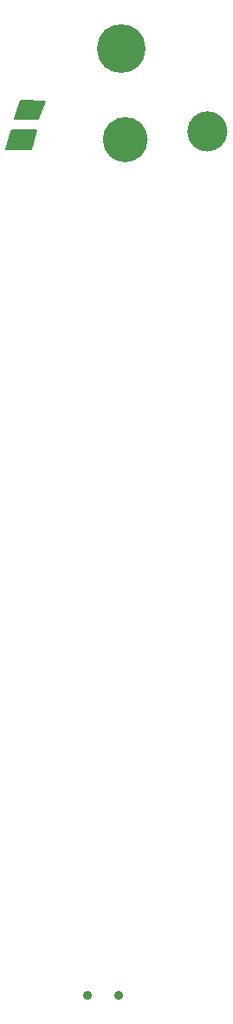
<source format=gbr>
%TF.GenerationSoftware,KiCad,Pcbnew,(6.0.0)*%
%TF.CreationDate,2022-03-29T21:49:47-05:00*%
%TF.ProjectId,R2,52322e6b-6963-4616-945f-706362585858,rev?*%
%TF.SameCoordinates,Original*%
%TF.FileFunction,Soldermask,Top*%
%TF.FilePolarity,Negative*%
%FSLAX46Y46*%
G04 Gerber Fmt 4.6, Leading zero omitted, Abs format (unit mm)*
G04 Created by KiCad (PCBNEW (6.0.0)) date 2022-03-29 21:49:47*
%MOMM*%
%LPD*%
G01*
G04 APERTURE LIST*
%ADD10C,0.150000*%
%ADD11C,2.200000*%
%ADD12C,1.975658*%
%ADD13C,4.750000*%
%ADD14C,0.900000*%
G04 APERTURE END LIST*
D10*
X143050000Y-60825000D02*
X142400000Y-62550000D01*
X142400000Y-62550000D02*
X140125000Y-62550000D01*
X140125000Y-62550000D02*
X140675000Y-60750000D01*
X140675000Y-60750000D02*
X140925000Y-60750000D01*
X140925000Y-60750000D02*
X143050000Y-60825000D01*
G36*
X143050000Y-60825000D02*
G01*
X142400000Y-62550000D01*
X140125000Y-62550000D01*
X140675000Y-60750000D01*
X140925000Y-60750000D01*
X143050000Y-60825000D01*
G37*
X143050000Y-60825000D02*
X142400000Y-62550000D01*
X140125000Y-62550000D01*
X140675000Y-60750000D01*
X140925000Y-60750000D01*
X143050000Y-60825000D01*
X142200000Y-63675000D02*
X141750000Y-65550000D01*
X141750000Y-65550000D02*
X139300000Y-65525000D01*
X139300000Y-65525000D02*
X139775000Y-63725000D01*
X139775000Y-63725000D02*
X139900000Y-63625000D01*
X139900000Y-63625000D02*
X142200000Y-63675000D01*
G36*
X142200000Y-63675000D02*
G01*
X141750000Y-65550000D01*
X139300000Y-65525000D01*
X139775000Y-63725000D01*
X139900000Y-63625000D01*
X142200000Y-63675000D01*
G37*
X142200000Y-63675000D02*
X141750000Y-65550000D01*
X139300000Y-65525000D01*
X139775000Y-63725000D01*
X139900000Y-63625000D01*
X142200000Y-63675000D01*
D11*
X152025000Y-64575000D02*
G75*
G03*
X152025000Y-64575000I-1100000J0D01*
G01*
D12*
X159937829Y-63775000D02*
G75*
G03*
X159937829Y-63775000I-987829J0D01*
G01*
D10*
X151350001Y-64200000D02*
G75*
G03*
X151350001Y-64200000I-1J0D01*
G01*
D13*
%TO.C,REF\u002A\u002A*%
X150500000Y-55675000D03*
%TD*%
D14*
%TO.C,SW1*%
X150250000Y-148030000D03*
X147250000Y-148030000D03*
%TD*%
M02*

</source>
